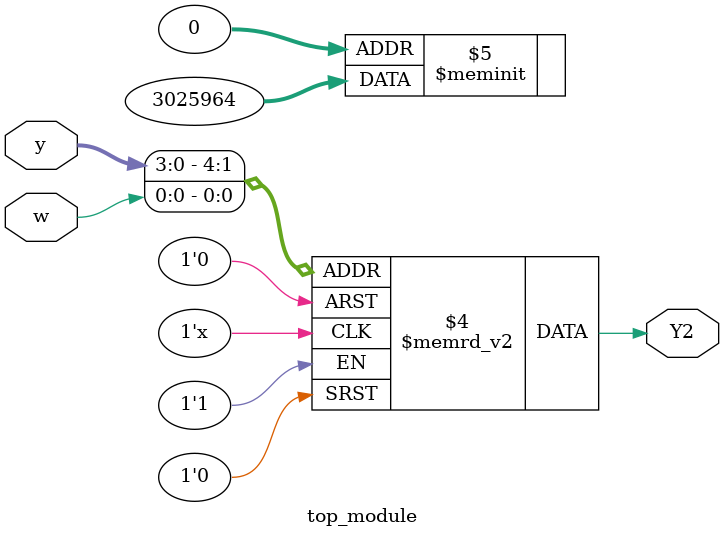
<source format=sv>
module top_module(
	input [3:0] y,
	input w,
	output reg Y2);

	always @(*) begin
		case ({y, w})
			5'b00000: Y2 = 0;
			5'b00001: Y2 = 0;
			5'b00010: Y2 = 1;
			5'b00011: Y2 = 1;
			5'b00100: Y2 = 0;
			5'b00101: Y2 = 1;
			5'b00110: Y2 = 0;
			5'b00111: Y2 = 0;
			5'b01000: Y2 = 0;
			5'b01001: Y2 = 0;
			5'b01010: Y2 = 1;
			5'b01011: Y2 = 1;
			5'b01100: Y2 = 0;
			5'b01101: Y2 = 1;
			5'b01110: Y2 = 0;
			5'b01111: Y2 = 0;
			5'b10000: Y2 = 0;
			5'b10001: Y2 = 1;
			5'b10010: Y2 = 1;
			5'b10011: Y2 = 1;
			5'b10100: Y2 = 0;
			5'b10101: Y2 = 1;
			5'b10110: Y2 = 0;
			5'b10111: Y2 = 0;
			default: Y2 = 0; // Default case to handle unexpected inputs
		endcase
	end

endmodule

</source>
